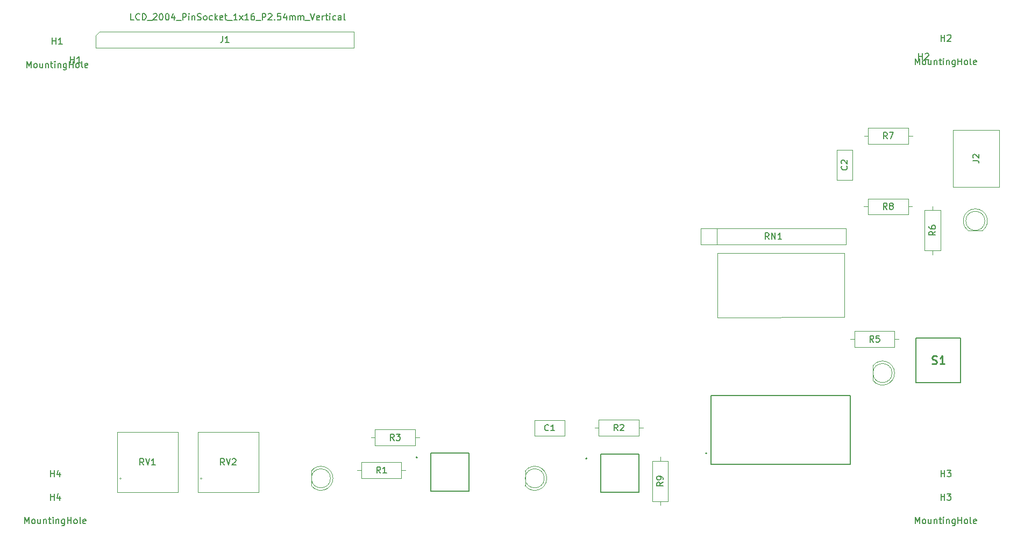
<source format=gbr>
%TF.GenerationSoftware,KiCad,Pcbnew,7.0.10*%
%TF.CreationDate,2024-03-06T00:08:41-08:00*%
%TF.ProjectId,hd44780_tutorial,68643434-3738-4305-9f74-75746f726961,0.9.04*%
%TF.SameCoordinates,Original*%
%TF.FileFunction,AssemblyDrawing,Top*%
%FSLAX46Y46*%
G04 Gerber Fmt 4.6, Leading zero omitted, Abs format (unit mm)*
G04 Created by KiCad (PCBNEW 7.0.10) date 2024-03-06 00:08:41*
%MOMM*%
%LPD*%
G01*
G04 APERTURE LIST*
%ADD10C,0.150000*%
%ADD11C,0.141000*%
%ADD12C,0.254000*%
%ADD13C,0.100000*%
%ADD14C,0.127000*%
%ADD15C,0.200000*%
%ADD16C,0.025400*%
G04 APERTURE END LIST*
D10*
X164994819Y-121906666D02*
X164518628Y-122239999D01*
X164994819Y-122478094D02*
X163994819Y-122478094D01*
X163994819Y-122478094D02*
X163994819Y-122097142D01*
X163994819Y-122097142D02*
X164042438Y-122001904D01*
X164042438Y-122001904D02*
X164090057Y-121954285D01*
X164090057Y-121954285D02*
X164185295Y-121906666D01*
X164185295Y-121906666D02*
X164328152Y-121906666D01*
X164328152Y-121906666D02*
X164423390Y-121954285D01*
X164423390Y-121954285D02*
X164471009Y-122001904D01*
X164471009Y-122001904D02*
X164518628Y-122097142D01*
X164518628Y-122097142D02*
X164518628Y-122478094D01*
X164994819Y-121430475D02*
X164994819Y-121239999D01*
X164994819Y-121239999D02*
X164947200Y-121144761D01*
X164947200Y-121144761D02*
X164899580Y-121097142D01*
X164899580Y-121097142D02*
X164756723Y-121001904D01*
X164756723Y-121001904D02*
X164566247Y-120954285D01*
X164566247Y-120954285D02*
X164185295Y-120954285D01*
X164185295Y-120954285D02*
X164090057Y-121001904D01*
X164090057Y-121001904D02*
X164042438Y-121049523D01*
X164042438Y-121049523D02*
X163994819Y-121144761D01*
X163994819Y-121144761D02*
X163994819Y-121335237D01*
X163994819Y-121335237D02*
X164042438Y-121430475D01*
X164042438Y-121430475D02*
X164090057Y-121478094D01*
X164090057Y-121478094D02*
X164185295Y-121525713D01*
X164185295Y-121525713D02*
X164423390Y-121525713D01*
X164423390Y-121525713D02*
X164518628Y-121478094D01*
X164518628Y-121478094D02*
X164566247Y-121430475D01*
X164566247Y-121430475D02*
X164613866Y-121335237D01*
X164613866Y-121335237D02*
X164613866Y-121144761D01*
X164613866Y-121144761D02*
X164566247Y-121049523D01*
X164566247Y-121049523D02*
X164518628Y-121001904D01*
X164518628Y-121001904D02*
X164423390Y-120954285D01*
X83224761Y-119187119D02*
X82891428Y-118710928D01*
X82653333Y-119187119D02*
X82653333Y-118187119D01*
X82653333Y-118187119D02*
X83034285Y-118187119D01*
X83034285Y-118187119D02*
X83129523Y-118234738D01*
X83129523Y-118234738D02*
X83177142Y-118282357D01*
X83177142Y-118282357D02*
X83224761Y-118377595D01*
X83224761Y-118377595D02*
X83224761Y-118520452D01*
X83224761Y-118520452D02*
X83177142Y-118615690D01*
X83177142Y-118615690D02*
X83129523Y-118663309D01*
X83129523Y-118663309D02*
X83034285Y-118710928D01*
X83034285Y-118710928D02*
X82653333Y-118710928D01*
X83510476Y-118187119D02*
X83843809Y-119187119D01*
X83843809Y-119187119D02*
X84177142Y-118187119D01*
X85034285Y-119187119D02*
X84462857Y-119187119D01*
X84748571Y-119187119D02*
X84748571Y-118187119D01*
X84748571Y-118187119D02*
X84653333Y-118329976D01*
X84653333Y-118329976D02*
X84558095Y-118425214D01*
X84558095Y-118425214D02*
X84462857Y-118472833D01*
D11*
X193898006Y-72086666D02*
X193942768Y-72134285D01*
X193942768Y-72134285D02*
X193987529Y-72277142D01*
X193987529Y-72277142D02*
X193987529Y-72372380D01*
X193987529Y-72372380D02*
X193942768Y-72515237D01*
X193942768Y-72515237D02*
X193853244Y-72610475D01*
X193853244Y-72610475D02*
X193763720Y-72658094D01*
X193763720Y-72658094D02*
X193584672Y-72705713D01*
X193584672Y-72705713D02*
X193450387Y-72705713D01*
X193450387Y-72705713D02*
X193271339Y-72658094D01*
X193271339Y-72658094D02*
X193181815Y-72610475D01*
X193181815Y-72610475D02*
X193092291Y-72515237D01*
X193092291Y-72515237D02*
X193047529Y-72372380D01*
X193047529Y-72372380D02*
X193047529Y-72277142D01*
X193047529Y-72277142D02*
X193092291Y-72134285D01*
X193092291Y-72134285D02*
X193137053Y-72086666D01*
X193137053Y-71705713D02*
X193092291Y-71658094D01*
X193092291Y-71658094D02*
X193047529Y-71562856D01*
X193047529Y-71562856D02*
X193047529Y-71324761D01*
X193047529Y-71324761D02*
X193092291Y-71229523D01*
X193092291Y-71229523D02*
X193137053Y-71181904D01*
X193137053Y-71181904D02*
X193226577Y-71134285D01*
X193226577Y-71134285D02*
X193316101Y-71134285D01*
X193316101Y-71134285D02*
X193450387Y-71181904D01*
X193450387Y-71181904D02*
X193987529Y-71753332D01*
X193987529Y-71753332D02*
X193987529Y-71134285D01*
D10*
X157853333Y-113784819D02*
X157520000Y-113308628D01*
X157281905Y-113784819D02*
X157281905Y-112784819D01*
X157281905Y-112784819D02*
X157662857Y-112784819D01*
X157662857Y-112784819D02*
X157758095Y-112832438D01*
X157758095Y-112832438D02*
X157805714Y-112880057D01*
X157805714Y-112880057D02*
X157853333Y-112975295D01*
X157853333Y-112975295D02*
X157853333Y-113118152D01*
X157853333Y-113118152D02*
X157805714Y-113213390D01*
X157805714Y-113213390D02*
X157758095Y-113261009D01*
X157758095Y-113261009D02*
X157662857Y-113308628D01*
X157662857Y-113308628D02*
X157281905Y-113308628D01*
X158234286Y-112880057D02*
X158281905Y-112832438D01*
X158281905Y-112832438D02*
X158377143Y-112784819D01*
X158377143Y-112784819D02*
X158615238Y-112784819D01*
X158615238Y-112784819D02*
X158710476Y-112832438D01*
X158710476Y-112832438D02*
X158758095Y-112880057D01*
X158758095Y-112880057D02*
X158805714Y-112975295D01*
X158805714Y-112975295D02*
X158805714Y-113070533D01*
X158805714Y-113070533D02*
X158758095Y-113213390D01*
X158758095Y-113213390D02*
X158186667Y-113784819D01*
X158186667Y-113784819D02*
X158805714Y-113784819D01*
D11*
X146953333Y-113688006D02*
X146905714Y-113732768D01*
X146905714Y-113732768D02*
X146762857Y-113777529D01*
X146762857Y-113777529D02*
X146667619Y-113777529D01*
X146667619Y-113777529D02*
X146524762Y-113732768D01*
X146524762Y-113732768D02*
X146429524Y-113643244D01*
X146429524Y-113643244D02*
X146381905Y-113553720D01*
X146381905Y-113553720D02*
X146334286Y-113374672D01*
X146334286Y-113374672D02*
X146334286Y-113240387D01*
X146334286Y-113240387D02*
X146381905Y-113061339D01*
X146381905Y-113061339D02*
X146429524Y-112971815D01*
X146429524Y-112971815D02*
X146524762Y-112882291D01*
X146524762Y-112882291D02*
X146667619Y-112837529D01*
X146667619Y-112837529D02*
X146762857Y-112837529D01*
X146762857Y-112837529D02*
X146905714Y-112882291D01*
X146905714Y-112882291D02*
X146953333Y-112927053D01*
X147905714Y-113777529D02*
X147334286Y-113777529D01*
X147620000Y-113777529D02*
X147620000Y-112837529D01*
X147620000Y-112837529D02*
X147524762Y-112971815D01*
X147524762Y-112971815D02*
X147429524Y-113061339D01*
X147429524Y-113061339D02*
X147334286Y-113106101D01*
D10*
X213734819Y-71238333D02*
X214449104Y-71238333D01*
X214449104Y-71238333D02*
X214591961Y-71285952D01*
X214591961Y-71285952D02*
X214687200Y-71381190D01*
X214687200Y-71381190D02*
X214734819Y-71524047D01*
X214734819Y-71524047D02*
X214734819Y-71619285D01*
X213830057Y-70809761D02*
X213782438Y-70762142D01*
X213782438Y-70762142D02*
X213734819Y-70666904D01*
X213734819Y-70666904D02*
X213734819Y-70428809D01*
X213734819Y-70428809D02*
X213782438Y-70333571D01*
X213782438Y-70333571D02*
X213830057Y-70285952D01*
X213830057Y-70285952D02*
X213925295Y-70238333D01*
X213925295Y-70238333D02*
X214020533Y-70238333D01*
X214020533Y-70238333D02*
X214163390Y-70285952D01*
X214163390Y-70285952D02*
X214734819Y-70857380D01*
X214734819Y-70857380D02*
X214734819Y-70238333D01*
X207859019Y-82386866D02*
X207382828Y-82720199D01*
X207859019Y-82958294D02*
X206859019Y-82958294D01*
X206859019Y-82958294D02*
X206859019Y-82577342D01*
X206859019Y-82577342D02*
X206906638Y-82482104D01*
X206906638Y-82482104D02*
X206954257Y-82434485D01*
X206954257Y-82434485D02*
X207049495Y-82386866D01*
X207049495Y-82386866D02*
X207192352Y-82386866D01*
X207192352Y-82386866D02*
X207287590Y-82434485D01*
X207287590Y-82434485D02*
X207335209Y-82482104D01*
X207335209Y-82482104D02*
X207382828Y-82577342D01*
X207382828Y-82577342D02*
X207382828Y-82958294D01*
X206859019Y-81529723D02*
X206859019Y-81720199D01*
X206859019Y-81720199D02*
X206906638Y-81815437D01*
X206906638Y-81815437D02*
X206954257Y-81863056D01*
X206954257Y-81863056D02*
X207097114Y-81958294D01*
X207097114Y-81958294D02*
X207287590Y-82005913D01*
X207287590Y-82005913D02*
X207668542Y-82005913D01*
X207668542Y-82005913D02*
X207763780Y-81958294D01*
X207763780Y-81958294D02*
X207811400Y-81910675D01*
X207811400Y-81910675D02*
X207859019Y-81815437D01*
X207859019Y-81815437D02*
X207859019Y-81624961D01*
X207859019Y-81624961D02*
X207811400Y-81529723D01*
X207811400Y-81529723D02*
X207763780Y-81482104D01*
X207763780Y-81482104D02*
X207668542Y-81434485D01*
X207668542Y-81434485D02*
X207430447Y-81434485D01*
X207430447Y-81434485D02*
X207335209Y-81482104D01*
X207335209Y-81482104D02*
X207287590Y-81529723D01*
X207287590Y-81529723D02*
X207239971Y-81624961D01*
X207239971Y-81624961D02*
X207239971Y-81815437D01*
X207239971Y-81815437D02*
X207287590Y-81910675D01*
X207287590Y-81910675D02*
X207335209Y-81958294D01*
X207335209Y-81958294D02*
X207430447Y-82005913D01*
X200243333Y-78914819D02*
X199910000Y-78438628D01*
X199671905Y-78914819D02*
X199671905Y-77914819D01*
X199671905Y-77914819D02*
X200052857Y-77914819D01*
X200052857Y-77914819D02*
X200148095Y-77962438D01*
X200148095Y-77962438D02*
X200195714Y-78010057D01*
X200195714Y-78010057D02*
X200243333Y-78105295D01*
X200243333Y-78105295D02*
X200243333Y-78248152D01*
X200243333Y-78248152D02*
X200195714Y-78343390D01*
X200195714Y-78343390D02*
X200148095Y-78391009D01*
X200148095Y-78391009D02*
X200052857Y-78438628D01*
X200052857Y-78438628D02*
X199671905Y-78438628D01*
X200814762Y-78343390D02*
X200719524Y-78295771D01*
X200719524Y-78295771D02*
X200671905Y-78248152D01*
X200671905Y-78248152D02*
X200624286Y-78152914D01*
X200624286Y-78152914D02*
X200624286Y-78105295D01*
X200624286Y-78105295D02*
X200671905Y-78010057D01*
X200671905Y-78010057D02*
X200719524Y-77962438D01*
X200719524Y-77962438D02*
X200814762Y-77914819D01*
X200814762Y-77914819D02*
X201005238Y-77914819D01*
X201005238Y-77914819D02*
X201100476Y-77962438D01*
X201100476Y-77962438D02*
X201148095Y-78010057D01*
X201148095Y-78010057D02*
X201195714Y-78105295D01*
X201195714Y-78105295D02*
X201195714Y-78152914D01*
X201195714Y-78152914D02*
X201148095Y-78248152D01*
X201148095Y-78248152D02*
X201100476Y-78295771D01*
X201100476Y-78295771D02*
X201005238Y-78343390D01*
X201005238Y-78343390D02*
X200814762Y-78343390D01*
X200814762Y-78343390D02*
X200719524Y-78391009D01*
X200719524Y-78391009D02*
X200671905Y-78438628D01*
X200671905Y-78438628D02*
X200624286Y-78533866D01*
X200624286Y-78533866D02*
X200624286Y-78724342D01*
X200624286Y-78724342D02*
X200671905Y-78819580D01*
X200671905Y-78819580D02*
X200719524Y-78867200D01*
X200719524Y-78867200D02*
X200814762Y-78914819D01*
X200814762Y-78914819D02*
X201005238Y-78914819D01*
X201005238Y-78914819D02*
X201100476Y-78867200D01*
X201100476Y-78867200D02*
X201148095Y-78819580D01*
X201148095Y-78819580D02*
X201195714Y-78724342D01*
X201195714Y-78724342D02*
X201195714Y-78533866D01*
X201195714Y-78533866D02*
X201148095Y-78438628D01*
X201148095Y-78438628D02*
X201100476Y-78391009D01*
X201100476Y-78391009D02*
X201005238Y-78343390D01*
X81685265Y-49070419D02*
X81209075Y-49070419D01*
X81209075Y-49070419D02*
X81209075Y-48070419D01*
X82590027Y-48975180D02*
X82542408Y-49022800D01*
X82542408Y-49022800D02*
X82399551Y-49070419D01*
X82399551Y-49070419D02*
X82304313Y-49070419D01*
X82304313Y-49070419D02*
X82161456Y-49022800D01*
X82161456Y-49022800D02*
X82066218Y-48927561D01*
X82066218Y-48927561D02*
X82018599Y-48832323D01*
X82018599Y-48832323D02*
X81970980Y-48641847D01*
X81970980Y-48641847D02*
X81970980Y-48498990D01*
X81970980Y-48498990D02*
X82018599Y-48308514D01*
X82018599Y-48308514D02*
X82066218Y-48213276D01*
X82066218Y-48213276D02*
X82161456Y-48118038D01*
X82161456Y-48118038D02*
X82304313Y-48070419D01*
X82304313Y-48070419D02*
X82399551Y-48070419D01*
X82399551Y-48070419D02*
X82542408Y-48118038D01*
X82542408Y-48118038D02*
X82590027Y-48165657D01*
X83018599Y-49070419D02*
X83018599Y-48070419D01*
X83018599Y-48070419D02*
X83256694Y-48070419D01*
X83256694Y-48070419D02*
X83399551Y-48118038D01*
X83399551Y-48118038D02*
X83494789Y-48213276D01*
X83494789Y-48213276D02*
X83542408Y-48308514D01*
X83542408Y-48308514D02*
X83590027Y-48498990D01*
X83590027Y-48498990D02*
X83590027Y-48641847D01*
X83590027Y-48641847D02*
X83542408Y-48832323D01*
X83542408Y-48832323D02*
X83494789Y-48927561D01*
X83494789Y-48927561D02*
X83399551Y-49022800D01*
X83399551Y-49022800D02*
X83256694Y-49070419D01*
X83256694Y-49070419D02*
X83018599Y-49070419D01*
X83780504Y-49165657D02*
X84542408Y-49165657D01*
X84732885Y-48165657D02*
X84780504Y-48118038D01*
X84780504Y-48118038D02*
X84875742Y-48070419D01*
X84875742Y-48070419D02*
X85113837Y-48070419D01*
X85113837Y-48070419D02*
X85209075Y-48118038D01*
X85209075Y-48118038D02*
X85256694Y-48165657D01*
X85256694Y-48165657D02*
X85304313Y-48260895D01*
X85304313Y-48260895D02*
X85304313Y-48356133D01*
X85304313Y-48356133D02*
X85256694Y-48498990D01*
X85256694Y-48498990D02*
X84685266Y-49070419D01*
X84685266Y-49070419D02*
X85304313Y-49070419D01*
X85923361Y-48070419D02*
X86018599Y-48070419D01*
X86018599Y-48070419D02*
X86113837Y-48118038D01*
X86113837Y-48118038D02*
X86161456Y-48165657D01*
X86161456Y-48165657D02*
X86209075Y-48260895D01*
X86209075Y-48260895D02*
X86256694Y-48451371D01*
X86256694Y-48451371D02*
X86256694Y-48689466D01*
X86256694Y-48689466D02*
X86209075Y-48879942D01*
X86209075Y-48879942D02*
X86161456Y-48975180D01*
X86161456Y-48975180D02*
X86113837Y-49022800D01*
X86113837Y-49022800D02*
X86018599Y-49070419D01*
X86018599Y-49070419D02*
X85923361Y-49070419D01*
X85923361Y-49070419D02*
X85828123Y-49022800D01*
X85828123Y-49022800D02*
X85780504Y-48975180D01*
X85780504Y-48975180D02*
X85732885Y-48879942D01*
X85732885Y-48879942D02*
X85685266Y-48689466D01*
X85685266Y-48689466D02*
X85685266Y-48451371D01*
X85685266Y-48451371D02*
X85732885Y-48260895D01*
X85732885Y-48260895D02*
X85780504Y-48165657D01*
X85780504Y-48165657D02*
X85828123Y-48118038D01*
X85828123Y-48118038D02*
X85923361Y-48070419D01*
X86875742Y-48070419D02*
X86970980Y-48070419D01*
X86970980Y-48070419D02*
X87066218Y-48118038D01*
X87066218Y-48118038D02*
X87113837Y-48165657D01*
X87113837Y-48165657D02*
X87161456Y-48260895D01*
X87161456Y-48260895D02*
X87209075Y-48451371D01*
X87209075Y-48451371D02*
X87209075Y-48689466D01*
X87209075Y-48689466D02*
X87161456Y-48879942D01*
X87161456Y-48879942D02*
X87113837Y-48975180D01*
X87113837Y-48975180D02*
X87066218Y-49022800D01*
X87066218Y-49022800D02*
X86970980Y-49070419D01*
X86970980Y-49070419D02*
X86875742Y-49070419D01*
X86875742Y-49070419D02*
X86780504Y-49022800D01*
X86780504Y-49022800D02*
X86732885Y-48975180D01*
X86732885Y-48975180D02*
X86685266Y-48879942D01*
X86685266Y-48879942D02*
X86637647Y-48689466D01*
X86637647Y-48689466D02*
X86637647Y-48451371D01*
X86637647Y-48451371D02*
X86685266Y-48260895D01*
X86685266Y-48260895D02*
X86732885Y-48165657D01*
X86732885Y-48165657D02*
X86780504Y-48118038D01*
X86780504Y-48118038D02*
X86875742Y-48070419D01*
X88066218Y-48403752D02*
X88066218Y-49070419D01*
X87828123Y-48022800D02*
X87590028Y-48737085D01*
X87590028Y-48737085D02*
X88209075Y-48737085D01*
X88351933Y-49165657D02*
X89113837Y-49165657D01*
X89351933Y-49070419D02*
X89351933Y-48070419D01*
X89351933Y-48070419D02*
X89732885Y-48070419D01*
X89732885Y-48070419D02*
X89828123Y-48118038D01*
X89828123Y-48118038D02*
X89875742Y-48165657D01*
X89875742Y-48165657D02*
X89923361Y-48260895D01*
X89923361Y-48260895D02*
X89923361Y-48403752D01*
X89923361Y-48403752D02*
X89875742Y-48498990D01*
X89875742Y-48498990D02*
X89828123Y-48546609D01*
X89828123Y-48546609D02*
X89732885Y-48594228D01*
X89732885Y-48594228D02*
X89351933Y-48594228D01*
X90351933Y-49070419D02*
X90351933Y-48403752D01*
X90351933Y-48070419D02*
X90304314Y-48118038D01*
X90304314Y-48118038D02*
X90351933Y-48165657D01*
X90351933Y-48165657D02*
X90399552Y-48118038D01*
X90399552Y-48118038D02*
X90351933Y-48070419D01*
X90351933Y-48070419D02*
X90351933Y-48165657D01*
X90828123Y-48403752D02*
X90828123Y-49070419D01*
X90828123Y-48498990D02*
X90875742Y-48451371D01*
X90875742Y-48451371D02*
X90970980Y-48403752D01*
X90970980Y-48403752D02*
X91113837Y-48403752D01*
X91113837Y-48403752D02*
X91209075Y-48451371D01*
X91209075Y-48451371D02*
X91256694Y-48546609D01*
X91256694Y-48546609D02*
X91256694Y-49070419D01*
X91685266Y-49022800D02*
X91828123Y-49070419D01*
X91828123Y-49070419D02*
X92066218Y-49070419D01*
X92066218Y-49070419D02*
X92161456Y-49022800D01*
X92161456Y-49022800D02*
X92209075Y-48975180D01*
X92209075Y-48975180D02*
X92256694Y-48879942D01*
X92256694Y-48879942D02*
X92256694Y-48784704D01*
X92256694Y-48784704D02*
X92209075Y-48689466D01*
X92209075Y-48689466D02*
X92161456Y-48641847D01*
X92161456Y-48641847D02*
X92066218Y-48594228D01*
X92066218Y-48594228D02*
X91875742Y-48546609D01*
X91875742Y-48546609D02*
X91780504Y-48498990D01*
X91780504Y-48498990D02*
X91732885Y-48451371D01*
X91732885Y-48451371D02*
X91685266Y-48356133D01*
X91685266Y-48356133D02*
X91685266Y-48260895D01*
X91685266Y-48260895D02*
X91732885Y-48165657D01*
X91732885Y-48165657D02*
X91780504Y-48118038D01*
X91780504Y-48118038D02*
X91875742Y-48070419D01*
X91875742Y-48070419D02*
X92113837Y-48070419D01*
X92113837Y-48070419D02*
X92256694Y-48118038D01*
X92828123Y-49070419D02*
X92732885Y-49022800D01*
X92732885Y-49022800D02*
X92685266Y-48975180D01*
X92685266Y-48975180D02*
X92637647Y-48879942D01*
X92637647Y-48879942D02*
X92637647Y-48594228D01*
X92637647Y-48594228D02*
X92685266Y-48498990D01*
X92685266Y-48498990D02*
X92732885Y-48451371D01*
X92732885Y-48451371D02*
X92828123Y-48403752D01*
X92828123Y-48403752D02*
X92970980Y-48403752D01*
X92970980Y-48403752D02*
X93066218Y-48451371D01*
X93066218Y-48451371D02*
X93113837Y-48498990D01*
X93113837Y-48498990D02*
X93161456Y-48594228D01*
X93161456Y-48594228D02*
X93161456Y-48879942D01*
X93161456Y-48879942D02*
X93113837Y-48975180D01*
X93113837Y-48975180D02*
X93066218Y-49022800D01*
X93066218Y-49022800D02*
X92970980Y-49070419D01*
X92970980Y-49070419D02*
X92828123Y-49070419D01*
X94018599Y-49022800D02*
X93923361Y-49070419D01*
X93923361Y-49070419D02*
X93732885Y-49070419D01*
X93732885Y-49070419D02*
X93637647Y-49022800D01*
X93637647Y-49022800D02*
X93590028Y-48975180D01*
X93590028Y-48975180D02*
X93542409Y-48879942D01*
X93542409Y-48879942D02*
X93542409Y-48594228D01*
X93542409Y-48594228D02*
X93590028Y-48498990D01*
X93590028Y-48498990D02*
X93637647Y-48451371D01*
X93637647Y-48451371D02*
X93732885Y-48403752D01*
X93732885Y-48403752D02*
X93923361Y-48403752D01*
X93923361Y-48403752D02*
X94018599Y-48451371D01*
X94447171Y-49070419D02*
X94447171Y-48070419D01*
X94542409Y-48689466D02*
X94828123Y-49070419D01*
X94828123Y-48403752D02*
X94447171Y-48784704D01*
X95637647Y-49022800D02*
X95542409Y-49070419D01*
X95542409Y-49070419D02*
X95351933Y-49070419D01*
X95351933Y-49070419D02*
X95256695Y-49022800D01*
X95256695Y-49022800D02*
X95209076Y-48927561D01*
X95209076Y-48927561D02*
X95209076Y-48546609D01*
X95209076Y-48546609D02*
X95256695Y-48451371D01*
X95256695Y-48451371D02*
X95351933Y-48403752D01*
X95351933Y-48403752D02*
X95542409Y-48403752D01*
X95542409Y-48403752D02*
X95637647Y-48451371D01*
X95637647Y-48451371D02*
X95685266Y-48546609D01*
X95685266Y-48546609D02*
X95685266Y-48641847D01*
X95685266Y-48641847D02*
X95209076Y-48737085D01*
X95970981Y-48403752D02*
X96351933Y-48403752D01*
X96113838Y-48070419D02*
X96113838Y-48927561D01*
X96113838Y-48927561D02*
X96161457Y-49022800D01*
X96161457Y-49022800D02*
X96256695Y-49070419D01*
X96256695Y-49070419D02*
X96351933Y-49070419D01*
X96447172Y-49165657D02*
X97209076Y-49165657D01*
X97970981Y-49070419D02*
X97399553Y-49070419D01*
X97685267Y-49070419D02*
X97685267Y-48070419D01*
X97685267Y-48070419D02*
X97590029Y-48213276D01*
X97590029Y-48213276D02*
X97494791Y-48308514D01*
X97494791Y-48308514D02*
X97399553Y-48356133D01*
X98304315Y-49070419D02*
X98828124Y-48403752D01*
X98304315Y-48403752D02*
X98828124Y-49070419D01*
X99732886Y-49070419D02*
X99161458Y-49070419D01*
X99447172Y-49070419D02*
X99447172Y-48070419D01*
X99447172Y-48070419D02*
X99351934Y-48213276D01*
X99351934Y-48213276D02*
X99256696Y-48308514D01*
X99256696Y-48308514D02*
X99161458Y-48356133D01*
X100590029Y-48070419D02*
X100399553Y-48070419D01*
X100399553Y-48070419D02*
X100304315Y-48118038D01*
X100304315Y-48118038D02*
X100256696Y-48165657D01*
X100256696Y-48165657D02*
X100161458Y-48308514D01*
X100161458Y-48308514D02*
X100113839Y-48498990D01*
X100113839Y-48498990D02*
X100113839Y-48879942D01*
X100113839Y-48879942D02*
X100161458Y-48975180D01*
X100161458Y-48975180D02*
X100209077Y-49022800D01*
X100209077Y-49022800D02*
X100304315Y-49070419D01*
X100304315Y-49070419D02*
X100494791Y-49070419D01*
X100494791Y-49070419D02*
X100590029Y-49022800D01*
X100590029Y-49022800D02*
X100637648Y-48975180D01*
X100637648Y-48975180D02*
X100685267Y-48879942D01*
X100685267Y-48879942D02*
X100685267Y-48641847D01*
X100685267Y-48641847D02*
X100637648Y-48546609D01*
X100637648Y-48546609D02*
X100590029Y-48498990D01*
X100590029Y-48498990D02*
X100494791Y-48451371D01*
X100494791Y-48451371D02*
X100304315Y-48451371D01*
X100304315Y-48451371D02*
X100209077Y-48498990D01*
X100209077Y-48498990D02*
X100161458Y-48546609D01*
X100161458Y-48546609D02*
X100113839Y-48641847D01*
X100875744Y-49165657D02*
X101637648Y-49165657D01*
X101875744Y-49070419D02*
X101875744Y-48070419D01*
X101875744Y-48070419D02*
X102256696Y-48070419D01*
X102256696Y-48070419D02*
X102351934Y-48118038D01*
X102351934Y-48118038D02*
X102399553Y-48165657D01*
X102399553Y-48165657D02*
X102447172Y-48260895D01*
X102447172Y-48260895D02*
X102447172Y-48403752D01*
X102447172Y-48403752D02*
X102399553Y-48498990D01*
X102399553Y-48498990D02*
X102351934Y-48546609D01*
X102351934Y-48546609D02*
X102256696Y-48594228D01*
X102256696Y-48594228D02*
X101875744Y-48594228D01*
X102828125Y-48165657D02*
X102875744Y-48118038D01*
X102875744Y-48118038D02*
X102970982Y-48070419D01*
X102970982Y-48070419D02*
X103209077Y-48070419D01*
X103209077Y-48070419D02*
X103304315Y-48118038D01*
X103304315Y-48118038D02*
X103351934Y-48165657D01*
X103351934Y-48165657D02*
X103399553Y-48260895D01*
X103399553Y-48260895D02*
X103399553Y-48356133D01*
X103399553Y-48356133D02*
X103351934Y-48498990D01*
X103351934Y-48498990D02*
X102780506Y-49070419D01*
X102780506Y-49070419D02*
X103399553Y-49070419D01*
X103828125Y-48975180D02*
X103875744Y-49022800D01*
X103875744Y-49022800D02*
X103828125Y-49070419D01*
X103828125Y-49070419D02*
X103780506Y-49022800D01*
X103780506Y-49022800D02*
X103828125Y-48975180D01*
X103828125Y-48975180D02*
X103828125Y-49070419D01*
X104780505Y-48070419D02*
X104304315Y-48070419D01*
X104304315Y-48070419D02*
X104256696Y-48546609D01*
X104256696Y-48546609D02*
X104304315Y-48498990D01*
X104304315Y-48498990D02*
X104399553Y-48451371D01*
X104399553Y-48451371D02*
X104637648Y-48451371D01*
X104637648Y-48451371D02*
X104732886Y-48498990D01*
X104732886Y-48498990D02*
X104780505Y-48546609D01*
X104780505Y-48546609D02*
X104828124Y-48641847D01*
X104828124Y-48641847D02*
X104828124Y-48879942D01*
X104828124Y-48879942D02*
X104780505Y-48975180D01*
X104780505Y-48975180D02*
X104732886Y-49022800D01*
X104732886Y-49022800D02*
X104637648Y-49070419D01*
X104637648Y-49070419D02*
X104399553Y-49070419D01*
X104399553Y-49070419D02*
X104304315Y-49022800D01*
X104304315Y-49022800D02*
X104256696Y-48975180D01*
X105685267Y-48403752D02*
X105685267Y-49070419D01*
X105447172Y-48022800D02*
X105209077Y-48737085D01*
X105209077Y-48737085D02*
X105828124Y-48737085D01*
X106209077Y-49070419D02*
X106209077Y-48403752D01*
X106209077Y-48498990D02*
X106256696Y-48451371D01*
X106256696Y-48451371D02*
X106351934Y-48403752D01*
X106351934Y-48403752D02*
X106494791Y-48403752D01*
X106494791Y-48403752D02*
X106590029Y-48451371D01*
X106590029Y-48451371D02*
X106637648Y-48546609D01*
X106637648Y-48546609D02*
X106637648Y-49070419D01*
X106637648Y-48546609D02*
X106685267Y-48451371D01*
X106685267Y-48451371D02*
X106780505Y-48403752D01*
X106780505Y-48403752D02*
X106923362Y-48403752D01*
X106923362Y-48403752D02*
X107018601Y-48451371D01*
X107018601Y-48451371D02*
X107066220Y-48546609D01*
X107066220Y-48546609D02*
X107066220Y-49070419D01*
X107542410Y-49070419D02*
X107542410Y-48403752D01*
X107542410Y-48498990D02*
X107590029Y-48451371D01*
X107590029Y-48451371D02*
X107685267Y-48403752D01*
X107685267Y-48403752D02*
X107828124Y-48403752D01*
X107828124Y-48403752D02*
X107923362Y-48451371D01*
X107923362Y-48451371D02*
X107970981Y-48546609D01*
X107970981Y-48546609D02*
X107970981Y-49070419D01*
X107970981Y-48546609D02*
X108018600Y-48451371D01*
X108018600Y-48451371D02*
X108113838Y-48403752D01*
X108113838Y-48403752D02*
X108256695Y-48403752D01*
X108256695Y-48403752D02*
X108351934Y-48451371D01*
X108351934Y-48451371D02*
X108399553Y-48546609D01*
X108399553Y-48546609D02*
X108399553Y-49070419D01*
X108637648Y-49165657D02*
X109399552Y-49165657D01*
X109494791Y-48070419D02*
X109828124Y-49070419D01*
X109828124Y-49070419D02*
X110161457Y-48070419D01*
X110875743Y-49022800D02*
X110780505Y-49070419D01*
X110780505Y-49070419D02*
X110590029Y-49070419D01*
X110590029Y-49070419D02*
X110494791Y-49022800D01*
X110494791Y-49022800D02*
X110447172Y-48927561D01*
X110447172Y-48927561D02*
X110447172Y-48546609D01*
X110447172Y-48546609D02*
X110494791Y-48451371D01*
X110494791Y-48451371D02*
X110590029Y-48403752D01*
X110590029Y-48403752D02*
X110780505Y-48403752D01*
X110780505Y-48403752D02*
X110875743Y-48451371D01*
X110875743Y-48451371D02*
X110923362Y-48546609D01*
X110923362Y-48546609D02*
X110923362Y-48641847D01*
X110923362Y-48641847D02*
X110447172Y-48737085D01*
X111351934Y-49070419D02*
X111351934Y-48403752D01*
X111351934Y-48594228D02*
X111399553Y-48498990D01*
X111399553Y-48498990D02*
X111447172Y-48451371D01*
X111447172Y-48451371D02*
X111542410Y-48403752D01*
X111542410Y-48403752D02*
X111637648Y-48403752D01*
X111828125Y-48403752D02*
X112209077Y-48403752D01*
X111970982Y-48070419D02*
X111970982Y-48927561D01*
X111970982Y-48927561D02*
X112018601Y-49022800D01*
X112018601Y-49022800D02*
X112113839Y-49070419D01*
X112113839Y-49070419D02*
X112209077Y-49070419D01*
X112542411Y-49070419D02*
X112542411Y-48403752D01*
X112542411Y-48070419D02*
X112494792Y-48118038D01*
X112494792Y-48118038D02*
X112542411Y-48165657D01*
X112542411Y-48165657D02*
X112590030Y-48118038D01*
X112590030Y-48118038D02*
X112542411Y-48070419D01*
X112542411Y-48070419D02*
X112542411Y-48165657D01*
X113447172Y-49022800D02*
X113351934Y-49070419D01*
X113351934Y-49070419D02*
X113161458Y-49070419D01*
X113161458Y-49070419D02*
X113066220Y-49022800D01*
X113066220Y-49022800D02*
X113018601Y-48975180D01*
X113018601Y-48975180D02*
X112970982Y-48879942D01*
X112970982Y-48879942D02*
X112970982Y-48594228D01*
X112970982Y-48594228D02*
X113018601Y-48498990D01*
X113018601Y-48498990D02*
X113066220Y-48451371D01*
X113066220Y-48451371D02*
X113161458Y-48403752D01*
X113161458Y-48403752D02*
X113351934Y-48403752D01*
X113351934Y-48403752D02*
X113447172Y-48451371D01*
X114304315Y-49070419D02*
X114304315Y-48546609D01*
X114304315Y-48546609D02*
X114256696Y-48451371D01*
X114256696Y-48451371D02*
X114161458Y-48403752D01*
X114161458Y-48403752D02*
X113970982Y-48403752D01*
X113970982Y-48403752D02*
X113875744Y-48451371D01*
X114304315Y-49022800D02*
X114209077Y-49070419D01*
X114209077Y-49070419D02*
X113970982Y-49070419D01*
X113970982Y-49070419D02*
X113875744Y-49022800D01*
X113875744Y-49022800D02*
X113828125Y-48927561D01*
X113828125Y-48927561D02*
X113828125Y-48832323D01*
X113828125Y-48832323D02*
X113875744Y-48737085D01*
X113875744Y-48737085D02*
X113970982Y-48689466D01*
X113970982Y-48689466D02*
X114209077Y-48689466D01*
X114209077Y-48689466D02*
X114304315Y-48641847D01*
X114923363Y-49070419D02*
X114828125Y-49022800D01*
X114828125Y-49022800D02*
X114780506Y-48927561D01*
X114780506Y-48927561D02*
X114780506Y-48070419D01*
X95653266Y-51626419D02*
X95653266Y-52340704D01*
X95653266Y-52340704D02*
X95605647Y-52483561D01*
X95605647Y-52483561D02*
X95510409Y-52578800D01*
X95510409Y-52578800D02*
X95367552Y-52626419D01*
X95367552Y-52626419D02*
X95272314Y-52626419D01*
X96653266Y-52626419D02*
X96081838Y-52626419D01*
X96367552Y-52626419D02*
X96367552Y-51626419D01*
X96367552Y-51626419D02*
X96272314Y-51769276D01*
X96272314Y-51769276D02*
X96177076Y-51864514D01*
X96177076Y-51864514D02*
X96081838Y-51912133D01*
X205228095Y-55334819D02*
X205228095Y-54334819D01*
X205228095Y-54811009D02*
X205799523Y-54811009D01*
X205799523Y-55334819D02*
X205799523Y-54334819D01*
X206228095Y-54430057D02*
X206275714Y-54382438D01*
X206275714Y-54382438D02*
X206370952Y-54334819D01*
X206370952Y-54334819D02*
X206609047Y-54334819D01*
X206609047Y-54334819D02*
X206704285Y-54382438D01*
X206704285Y-54382438D02*
X206751904Y-54430057D01*
X206751904Y-54430057D02*
X206799523Y-54525295D01*
X206799523Y-54525295D02*
X206799523Y-54620533D01*
X206799523Y-54620533D02*
X206751904Y-54763390D01*
X206751904Y-54763390D02*
X206180476Y-55334819D01*
X206180476Y-55334819D02*
X206799523Y-55334819D01*
X204714285Y-56114819D02*
X204714285Y-55114819D01*
X204714285Y-55114819D02*
X205047618Y-55829104D01*
X205047618Y-55829104D02*
X205380951Y-55114819D01*
X205380951Y-55114819D02*
X205380951Y-56114819D01*
X205999999Y-56114819D02*
X205904761Y-56067200D01*
X205904761Y-56067200D02*
X205857142Y-56019580D01*
X205857142Y-56019580D02*
X205809523Y-55924342D01*
X205809523Y-55924342D02*
X205809523Y-55638628D01*
X205809523Y-55638628D02*
X205857142Y-55543390D01*
X205857142Y-55543390D02*
X205904761Y-55495771D01*
X205904761Y-55495771D02*
X205999999Y-55448152D01*
X205999999Y-55448152D02*
X206142856Y-55448152D01*
X206142856Y-55448152D02*
X206238094Y-55495771D01*
X206238094Y-55495771D02*
X206285713Y-55543390D01*
X206285713Y-55543390D02*
X206333332Y-55638628D01*
X206333332Y-55638628D02*
X206333332Y-55924342D01*
X206333332Y-55924342D02*
X206285713Y-56019580D01*
X206285713Y-56019580D02*
X206238094Y-56067200D01*
X206238094Y-56067200D02*
X206142856Y-56114819D01*
X206142856Y-56114819D02*
X205999999Y-56114819D01*
X207190475Y-55448152D02*
X207190475Y-56114819D01*
X206761904Y-55448152D02*
X206761904Y-55971961D01*
X206761904Y-55971961D02*
X206809523Y-56067200D01*
X206809523Y-56067200D02*
X206904761Y-56114819D01*
X206904761Y-56114819D02*
X207047618Y-56114819D01*
X207047618Y-56114819D02*
X207142856Y-56067200D01*
X207142856Y-56067200D02*
X207190475Y-56019580D01*
X207666666Y-55448152D02*
X207666666Y-56114819D01*
X207666666Y-55543390D02*
X207714285Y-55495771D01*
X207714285Y-55495771D02*
X207809523Y-55448152D01*
X207809523Y-55448152D02*
X207952380Y-55448152D01*
X207952380Y-55448152D02*
X208047618Y-55495771D01*
X208047618Y-55495771D02*
X208095237Y-55591009D01*
X208095237Y-55591009D02*
X208095237Y-56114819D01*
X208428571Y-55448152D02*
X208809523Y-55448152D01*
X208571428Y-55114819D02*
X208571428Y-55971961D01*
X208571428Y-55971961D02*
X208619047Y-56067200D01*
X208619047Y-56067200D02*
X208714285Y-56114819D01*
X208714285Y-56114819D02*
X208809523Y-56114819D01*
X209142857Y-56114819D02*
X209142857Y-55448152D01*
X209142857Y-55114819D02*
X209095238Y-55162438D01*
X209095238Y-55162438D02*
X209142857Y-55210057D01*
X209142857Y-55210057D02*
X209190476Y-55162438D01*
X209190476Y-55162438D02*
X209142857Y-55114819D01*
X209142857Y-55114819D02*
X209142857Y-55210057D01*
X209619047Y-55448152D02*
X209619047Y-56114819D01*
X209619047Y-55543390D02*
X209666666Y-55495771D01*
X209666666Y-55495771D02*
X209761904Y-55448152D01*
X209761904Y-55448152D02*
X209904761Y-55448152D01*
X209904761Y-55448152D02*
X209999999Y-55495771D01*
X209999999Y-55495771D02*
X210047618Y-55591009D01*
X210047618Y-55591009D02*
X210047618Y-56114819D01*
X210952380Y-55448152D02*
X210952380Y-56257676D01*
X210952380Y-56257676D02*
X210904761Y-56352914D01*
X210904761Y-56352914D02*
X210857142Y-56400533D01*
X210857142Y-56400533D02*
X210761904Y-56448152D01*
X210761904Y-56448152D02*
X210619047Y-56448152D01*
X210619047Y-56448152D02*
X210523809Y-56400533D01*
X210952380Y-56067200D02*
X210857142Y-56114819D01*
X210857142Y-56114819D02*
X210666666Y-56114819D01*
X210666666Y-56114819D02*
X210571428Y-56067200D01*
X210571428Y-56067200D02*
X210523809Y-56019580D01*
X210523809Y-56019580D02*
X210476190Y-55924342D01*
X210476190Y-55924342D02*
X210476190Y-55638628D01*
X210476190Y-55638628D02*
X210523809Y-55543390D01*
X210523809Y-55543390D02*
X210571428Y-55495771D01*
X210571428Y-55495771D02*
X210666666Y-55448152D01*
X210666666Y-55448152D02*
X210857142Y-55448152D01*
X210857142Y-55448152D02*
X210952380Y-55495771D01*
X211428571Y-56114819D02*
X211428571Y-55114819D01*
X211428571Y-55591009D02*
X211999999Y-55591009D01*
X211999999Y-56114819D02*
X211999999Y-55114819D01*
X212619047Y-56114819D02*
X212523809Y-56067200D01*
X212523809Y-56067200D02*
X212476190Y-56019580D01*
X212476190Y-56019580D02*
X212428571Y-55924342D01*
X212428571Y-55924342D02*
X212428571Y-55638628D01*
X212428571Y-55638628D02*
X212476190Y-55543390D01*
X212476190Y-55543390D02*
X212523809Y-55495771D01*
X212523809Y-55495771D02*
X212619047Y-55448152D01*
X212619047Y-55448152D02*
X212761904Y-55448152D01*
X212761904Y-55448152D02*
X212857142Y-55495771D01*
X212857142Y-55495771D02*
X212904761Y-55543390D01*
X212904761Y-55543390D02*
X212952380Y-55638628D01*
X212952380Y-55638628D02*
X212952380Y-55924342D01*
X212952380Y-55924342D02*
X212904761Y-56019580D01*
X212904761Y-56019580D02*
X212857142Y-56067200D01*
X212857142Y-56067200D02*
X212761904Y-56114819D01*
X212761904Y-56114819D02*
X212619047Y-56114819D01*
X213523809Y-56114819D02*
X213428571Y-56067200D01*
X213428571Y-56067200D02*
X213380952Y-55971961D01*
X213380952Y-55971961D02*
X213380952Y-55114819D01*
X214285714Y-56067200D02*
X214190476Y-56114819D01*
X214190476Y-56114819D02*
X214000000Y-56114819D01*
X214000000Y-56114819D02*
X213904762Y-56067200D01*
X213904762Y-56067200D02*
X213857143Y-55971961D01*
X213857143Y-55971961D02*
X213857143Y-55591009D01*
X213857143Y-55591009D02*
X213904762Y-55495771D01*
X213904762Y-55495771D02*
X214000000Y-55448152D01*
X214000000Y-55448152D02*
X214190476Y-55448152D01*
X214190476Y-55448152D02*
X214285714Y-55495771D01*
X214285714Y-55495771D02*
X214333333Y-55591009D01*
X214333333Y-55591009D02*
X214333333Y-55686247D01*
X214333333Y-55686247D02*
X213857143Y-55781485D01*
X208738095Y-52414819D02*
X208738095Y-51414819D01*
X208738095Y-51891009D02*
X209309523Y-51891009D01*
X209309523Y-52414819D02*
X209309523Y-51414819D01*
X209738095Y-51510057D02*
X209785714Y-51462438D01*
X209785714Y-51462438D02*
X209880952Y-51414819D01*
X209880952Y-51414819D02*
X210119047Y-51414819D01*
X210119047Y-51414819D02*
X210214285Y-51462438D01*
X210214285Y-51462438D02*
X210261904Y-51510057D01*
X210261904Y-51510057D02*
X210309523Y-51605295D01*
X210309523Y-51605295D02*
X210309523Y-51700533D01*
X210309523Y-51700533D02*
X210261904Y-51843390D01*
X210261904Y-51843390D02*
X209690476Y-52414819D01*
X209690476Y-52414819D02*
X210309523Y-52414819D01*
X71728095Y-55834819D02*
X71728095Y-54834819D01*
X71728095Y-55311009D02*
X72299523Y-55311009D01*
X72299523Y-55834819D02*
X72299523Y-54834819D01*
X73299523Y-55834819D02*
X72728095Y-55834819D01*
X73013809Y-55834819D02*
X73013809Y-54834819D01*
X73013809Y-54834819D02*
X72918571Y-54977676D01*
X72918571Y-54977676D02*
X72823333Y-55072914D01*
X72823333Y-55072914D02*
X72728095Y-55120533D01*
X64804285Y-56584819D02*
X64804285Y-55584819D01*
X64804285Y-55584819D02*
X65137618Y-56299104D01*
X65137618Y-56299104D02*
X65470951Y-55584819D01*
X65470951Y-55584819D02*
X65470951Y-56584819D01*
X66089999Y-56584819D02*
X65994761Y-56537200D01*
X65994761Y-56537200D02*
X65947142Y-56489580D01*
X65947142Y-56489580D02*
X65899523Y-56394342D01*
X65899523Y-56394342D02*
X65899523Y-56108628D01*
X65899523Y-56108628D02*
X65947142Y-56013390D01*
X65947142Y-56013390D02*
X65994761Y-55965771D01*
X65994761Y-55965771D02*
X66089999Y-55918152D01*
X66089999Y-55918152D02*
X66232856Y-55918152D01*
X66232856Y-55918152D02*
X66328094Y-55965771D01*
X66328094Y-55965771D02*
X66375713Y-56013390D01*
X66375713Y-56013390D02*
X66423332Y-56108628D01*
X66423332Y-56108628D02*
X66423332Y-56394342D01*
X66423332Y-56394342D02*
X66375713Y-56489580D01*
X66375713Y-56489580D02*
X66328094Y-56537200D01*
X66328094Y-56537200D02*
X66232856Y-56584819D01*
X66232856Y-56584819D02*
X66089999Y-56584819D01*
X67280475Y-55918152D02*
X67280475Y-56584819D01*
X66851904Y-55918152D02*
X66851904Y-56441961D01*
X66851904Y-56441961D02*
X66899523Y-56537200D01*
X66899523Y-56537200D02*
X66994761Y-56584819D01*
X66994761Y-56584819D02*
X67137618Y-56584819D01*
X67137618Y-56584819D02*
X67232856Y-56537200D01*
X67232856Y-56537200D02*
X67280475Y-56489580D01*
X67756666Y-55918152D02*
X67756666Y-56584819D01*
X67756666Y-56013390D02*
X67804285Y-55965771D01*
X67804285Y-55965771D02*
X67899523Y-55918152D01*
X67899523Y-55918152D02*
X68042380Y-55918152D01*
X68042380Y-55918152D02*
X68137618Y-55965771D01*
X68137618Y-55965771D02*
X68185237Y-56061009D01*
X68185237Y-56061009D02*
X68185237Y-56584819D01*
X68518571Y-55918152D02*
X68899523Y-55918152D01*
X68661428Y-55584819D02*
X68661428Y-56441961D01*
X68661428Y-56441961D02*
X68709047Y-56537200D01*
X68709047Y-56537200D02*
X68804285Y-56584819D01*
X68804285Y-56584819D02*
X68899523Y-56584819D01*
X69232857Y-56584819D02*
X69232857Y-55918152D01*
X69232857Y-55584819D02*
X69185238Y-55632438D01*
X69185238Y-55632438D02*
X69232857Y-55680057D01*
X69232857Y-55680057D02*
X69280476Y-55632438D01*
X69280476Y-55632438D02*
X69232857Y-55584819D01*
X69232857Y-55584819D02*
X69232857Y-55680057D01*
X69709047Y-55918152D02*
X69709047Y-56584819D01*
X69709047Y-56013390D02*
X69756666Y-55965771D01*
X69756666Y-55965771D02*
X69851904Y-55918152D01*
X69851904Y-55918152D02*
X69994761Y-55918152D01*
X69994761Y-55918152D02*
X70089999Y-55965771D01*
X70089999Y-55965771D02*
X70137618Y-56061009D01*
X70137618Y-56061009D02*
X70137618Y-56584819D01*
X71042380Y-55918152D02*
X71042380Y-56727676D01*
X71042380Y-56727676D02*
X70994761Y-56822914D01*
X70994761Y-56822914D02*
X70947142Y-56870533D01*
X70947142Y-56870533D02*
X70851904Y-56918152D01*
X70851904Y-56918152D02*
X70709047Y-56918152D01*
X70709047Y-56918152D02*
X70613809Y-56870533D01*
X71042380Y-56537200D02*
X70947142Y-56584819D01*
X70947142Y-56584819D02*
X70756666Y-56584819D01*
X70756666Y-56584819D02*
X70661428Y-56537200D01*
X70661428Y-56537200D02*
X70613809Y-56489580D01*
X70613809Y-56489580D02*
X70566190Y-56394342D01*
X70566190Y-56394342D02*
X70566190Y-56108628D01*
X70566190Y-56108628D02*
X70613809Y-56013390D01*
X70613809Y-56013390D02*
X70661428Y-55965771D01*
X70661428Y-55965771D02*
X70756666Y-55918152D01*
X70756666Y-55918152D02*
X70947142Y-55918152D01*
X70947142Y-55918152D02*
X71042380Y-55965771D01*
X71518571Y-56584819D02*
X71518571Y-55584819D01*
X71518571Y-56061009D02*
X72089999Y-56061009D01*
X72089999Y-56584819D02*
X72089999Y-55584819D01*
X72709047Y-56584819D02*
X72613809Y-56537200D01*
X72613809Y-56537200D02*
X72566190Y-56489580D01*
X72566190Y-56489580D02*
X72518571Y-56394342D01*
X72518571Y-56394342D02*
X72518571Y-56108628D01*
X72518571Y-56108628D02*
X72566190Y-56013390D01*
X72566190Y-56013390D02*
X72613809Y-55965771D01*
X72613809Y-55965771D02*
X72709047Y-55918152D01*
X72709047Y-55918152D02*
X72851904Y-55918152D01*
X72851904Y-55918152D02*
X72947142Y-55965771D01*
X72947142Y-55965771D02*
X72994761Y-56013390D01*
X72994761Y-56013390D02*
X73042380Y-56108628D01*
X73042380Y-56108628D02*
X73042380Y-56394342D01*
X73042380Y-56394342D02*
X72994761Y-56489580D01*
X72994761Y-56489580D02*
X72947142Y-56537200D01*
X72947142Y-56537200D02*
X72851904Y-56584819D01*
X72851904Y-56584819D02*
X72709047Y-56584819D01*
X73613809Y-56584819D02*
X73518571Y-56537200D01*
X73518571Y-56537200D02*
X73470952Y-56441961D01*
X73470952Y-56441961D02*
X73470952Y-55584819D01*
X74375714Y-56537200D02*
X74280476Y-56584819D01*
X74280476Y-56584819D02*
X74090000Y-56584819D01*
X74090000Y-56584819D02*
X73994762Y-56537200D01*
X73994762Y-56537200D02*
X73947143Y-56441961D01*
X73947143Y-56441961D02*
X73947143Y-56061009D01*
X73947143Y-56061009D02*
X73994762Y-55965771D01*
X73994762Y-55965771D02*
X74090000Y-55918152D01*
X74090000Y-55918152D02*
X74280476Y-55918152D01*
X74280476Y-55918152D02*
X74375714Y-55965771D01*
X74375714Y-55965771D02*
X74423333Y-56061009D01*
X74423333Y-56061009D02*
X74423333Y-56156247D01*
X74423333Y-56156247D02*
X73947143Y-56251485D01*
X68828095Y-52884819D02*
X68828095Y-51884819D01*
X68828095Y-52361009D02*
X69399523Y-52361009D01*
X69399523Y-52884819D02*
X69399523Y-51884819D01*
X70399523Y-52884819D02*
X69828095Y-52884819D01*
X70113809Y-52884819D02*
X70113809Y-51884819D01*
X70113809Y-51884819D02*
X70018571Y-52027676D01*
X70018571Y-52027676D02*
X69923333Y-52122914D01*
X69923333Y-52122914D02*
X69828095Y-52170533D01*
X120483333Y-120469819D02*
X120150000Y-119993628D01*
X119911905Y-120469819D02*
X119911905Y-119469819D01*
X119911905Y-119469819D02*
X120292857Y-119469819D01*
X120292857Y-119469819D02*
X120388095Y-119517438D01*
X120388095Y-119517438D02*
X120435714Y-119565057D01*
X120435714Y-119565057D02*
X120483333Y-119660295D01*
X120483333Y-119660295D02*
X120483333Y-119803152D01*
X120483333Y-119803152D02*
X120435714Y-119898390D01*
X120435714Y-119898390D02*
X120388095Y-119946009D01*
X120388095Y-119946009D02*
X120292857Y-119993628D01*
X120292857Y-119993628D02*
X119911905Y-119993628D01*
X121435714Y-120469819D02*
X120864286Y-120469819D01*
X121150000Y-120469819D02*
X121150000Y-119469819D01*
X121150000Y-119469819D02*
X121054762Y-119612676D01*
X121054762Y-119612676D02*
X120959524Y-119707914D01*
X120959524Y-119707914D02*
X120864286Y-119755533D01*
X198123333Y-99824819D02*
X197790000Y-99348628D01*
X197551905Y-99824819D02*
X197551905Y-98824819D01*
X197551905Y-98824819D02*
X197932857Y-98824819D01*
X197932857Y-98824819D02*
X198028095Y-98872438D01*
X198028095Y-98872438D02*
X198075714Y-98920057D01*
X198075714Y-98920057D02*
X198123333Y-99015295D01*
X198123333Y-99015295D02*
X198123333Y-99158152D01*
X198123333Y-99158152D02*
X198075714Y-99253390D01*
X198075714Y-99253390D02*
X198028095Y-99301009D01*
X198028095Y-99301009D02*
X197932857Y-99348628D01*
X197932857Y-99348628D02*
X197551905Y-99348628D01*
X199028095Y-98824819D02*
X198551905Y-98824819D01*
X198551905Y-98824819D02*
X198504286Y-99301009D01*
X198504286Y-99301009D02*
X198551905Y-99253390D01*
X198551905Y-99253390D02*
X198647143Y-99205771D01*
X198647143Y-99205771D02*
X198885238Y-99205771D01*
X198885238Y-99205771D02*
X198980476Y-99253390D01*
X198980476Y-99253390D02*
X199028095Y-99301009D01*
X199028095Y-99301009D02*
X199075714Y-99396247D01*
X199075714Y-99396247D02*
X199075714Y-99634342D01*
X199075714Y-99634342D02*
X199028095Y-99729580D01*
X199028095Y-99729580D02*
X198980476Y-99777200D01*
X198980476Y-99777200D02*
X198885238Y-99824819D01*
X198885238Y-99824819D02*
X198647143Y-99824819D01*
X198647143Y-99824819D02*
X198551905Y-99777200D01*
X198551905Y-99777200D02*
X198504286Y-99729580D01*
X68538095Y-121014819D02*
X68538095Y-120014819D01*
X68538095Y-120491009D02*
X69109523Y-120491009D01*
X69109523Y-121014819D02*
X69109523Y-120014819D01*
X70014285Y-120348152D02*
X70014285Y-121014819D01*
X69776190Y-119967200D02*
X69538095Y-120681485D01*
X69538095Y-120681485D02*
X70157142Y-120681485D01*
X64514285Y-128414819D02*
X64514285Y-127414819D01*
X64514285Y-127414819D02*
X64847618Y-128129104D01*
X64847618Y-128129104D02*
X65180951Y-127414819D01*
X65180951Y-127414819D02*
X65180951Y-128414819D01*
X65799999Y-128414819D02*
X65704761Y-128367200D01*
X65704761Y-128367200D02*
X65657142Y-128319580D01*
X65657142Y-128319580D02*
X65609523Y-128224342D01*
X65609523Y-128224342D02*
X65609523Y-127938628D01*
X65609523Y-127938628D02*
X65657142Y-127843390D01*
X65657142Y-127843390D02*
X65704761Y-127795771D01*
X65704761Y-127795771D02*
X65799999Y-127748152D01*
X65799999Y-127748152D02*
X65942856Y-127748152D01*
X65942856Y-127748152D02*
X66038094Y-127795771D01*
X66038094Y-127795771D02*
X66085713Y-127843390D01*
X66085713Y-127843390D02*
X66133332Y-127938628D01*
X66133332Y-127938628D02*
X66133332Y-128224342D01*
X66133332Y-128224342D02*
X66085713Y-128319580D01*
X66085713Y-128319580D02*
X66038094Y-128367200D01*
X66038094Y-128367200D02*
X65942856Y-128414819D01*
X65942856Y-128414819D02*
X65799999Y-128414819D01*
X66990475Y-127748152D02*
X66990475Y-128414819D01*
X66561904Y-127748152D02*
X66561904Y-128271961D01*
X66561904Y-128271961D02*
X66609523Y-128367200D01*
X66609523Y-128367200D02*
X66704761Y-128414819D01*
X66704761Y-128414819D02*
X66847618Y-128414819D01*
X66847618Y-128414819D02*
X66942856Y-128367200D01*
X66942856Y-128367200D02*
X66990475Y-128319580D01*
X67466666Y-127748152D02*
X67466666Y-128414819D01*
X67466666Y-127843390D02*
X67514285Y-127795771D01*
X67514285Y-127795771D02*
X67609523Y-127748152D01*
X67609523Y-127748152D02*
X67752380Y-127748152D01*
X67752380Y-127748152D02*
X67847618Y-127795771D01*
X67847618Y-127795771D02*
X67895237Y-127891009D01*
X67895237Y-127891009D02*
X67895237Y-128414819D01*
X68228571Y-127748152D02*
X68609523Y-127748152D01*
X68371428Y-127414819D02*
X68371428Y-128271961D01*
X68371428Y-128271961D02*
X68419047Y-128367200D01*
X68419047Y-128367200D02*
X68514285Y-128414819D01*
X68514285Y-128414819D02*
X68609523Y-128414819D01*
X68942857Y-128414819D02*
X68942857Y-127748152D01*
X68942857Y-127414819D02*
X68895238Y-127462438D01*
X68895238Y-127462438D02*
X68942857Y-127510057D01*
X68942857Y-127510057D02*
X68990476Y-127462438D01*
X68990476Y-127462438D02*
X68942857Y-127414819D01*
X68942857Y-127414819D02*
X68942857Y-127510057D01*
X69419047Y-127748152D02*
X69419047Y-128414819D01*
X69419047Y-127843390D02*
X69466666Y-127795771D01*
X69466666Y-127795771D02*
X69561904Y-127748152D01*
X69561904Y-127748152D02*
X69704761Y-127748152D01*
X69704761Y-127748152D02*
X69799999Y-127795771D01*
X69799999Y-127795771D02*
X69847618Y-127891009D01*
X69847618Y-127891009D02*
X69847618Y-128414819D01*
X70752380Y-127748152D02*
X70752380Y-128557676D01*
X70752380Y-128557676D02*
X70704761Y-128652914D01*
X70704761Y-128652914D02*
X70657142Y-128700533D01*
X70657142Y-128700533D02*
X70561904Y-128748152D01*
X70561904Y-128748152D02*
X70419047Y-128748152D01*
X70419047Y-128748152D02*
X70323809Y-128700533D01*
X70752380Y-128367200D02*
X70657142Y-128414819D01*
X70657142Y-128414819D02*
X70466666Y-128414819D01*
X70466666Y-128414819D02*
X70371428Y-128367200D01*
X70371428Y-128367200D02*
X70323809Y-128319580D01*
X70323809Y-128319580D02*
X70276190Y-128224342D01*
X70276190Y-128224342D02*
X70276190Y-127938628D01*
X70276190Y-127938628D02*
X70323809Y-127843390D01*
X70323809Y-127843390D02*
X70371428Y-127795771D01*
X70371428Y-127795771D02*
X70466666Y-127748152D01*
X70466666Y-127748152D02*
X70657142Y-127748152D01*
X70657142Y-127748152D02*
X70752380Y-127795771D01*
X71228571Y-128414819D02*
X71228571Y-127414819D01*
X71228571Y-127891009D02*
X71799999Y-127891009D01*
X71799999Y-128414819D02*
X71799999Y-127414819D01*
X72419047Y-128414819D02*
X72323809Y-128367200D01*
X72323809Y-128367200D02*
X72276190Y-128319580D01*
X72276190Y-128319580D02*
X72228571Y-128224342D01*
X72228571Y-128224342D02*
X72228571Y-127938628D01*
X72228571Y-127938628D02*
X72276190Y-127843390D01*
X72276190Y-127843390D02*
X72323809Y-127795771D01*
X72323809Y-127795771D02*
X72419047Y-127748152D01*
X72419047Y-127748152D02*
X72561904Y-127748152D01*
X72561904Y-127748152D02*
X72657142Y-127795771D01*
X72657142Y-127795771D02*
X72704761Y-127843390D01*
X72704761Y-127843390D02*
X72752380Y-127938628D01*
X72752380Y-127938628D02*
X72752380Y-128224342D01*
X72752380Y-128224342D02*
X72704761Y-128319580D01*
X72704761Y-128319580D02*
X72657142Y-128367200D01*
X72657142Y-128367200D02*
X72561904Y-128414819D01*
X72561904Y-128414819D02*
X72419047Y-128414819D01*
X73323809Y-128414819D02*
X73228571Y-128367200D01*
X73228571Y-128367200D02*
X73180952Y-128271961D01*
X73180952Y-128271961D02*
X73180952Y-127414819D01*
X74085714Y-128367200D02*
X73990476Y-128414819D01*
X73990476Y-128414819D02*
X73800000Y-128414819D01*
X73800000Y-128414819D02*
X73704762Y-128367200D01*
X73704762Y-128367200D02*
X73657143Y-128271961D01*
X73657143Y-128271961D02*
X73657143Y-127891009D01*
X73657143Y-127891009D02*
X73704762Y-127795771D01*
X73704762Y-127795771D02*
X73800000Y-127748152D01*
X73800000Y-127748152D02*
X73990476Y-127748152D01*
X73990476Y-127748152D02*
X74085714Y-127795771D01*
X74085714Y-127795771D02*
X74133333Y-127891009D01*
X74133333Y-127891009D02*
X74133333Y-127986247D01*
X74133333Y-127986247D02*
X73657143Y-128081485D01*
X68538095Y-124714819D02*
X68538095Y-123714819D01*
X68538095Y-124191009D02*
X69109523Y-124191009D01*
X69109523Y-124714819D02*
X69109523Y-123714819D01*
X70014285Y-124048152D02*
X70014285Y-124714819D01*
X69776190Y-123667200D02*
X69538095Y-124381485D01*
X69538095Y-124381485D02*
X70157142Y-124381485D01*
X95924761Y-119187119D02*
X95591428Y-118710928D01*
X95353333Y-119187119D02*
X95353333Y-118187119D01*
X95353333Y-118187119D02*
X95734285Y-118187119D01*
X95734285Y-118187119D02*
X95829523Y-118234738D01*
X95829523Y-118234738D02*
X95877142Y-118282357D01*
X95877142Y-118282357D02*
X95924761Y-118377595D01*
X95924761Y-118377595D02*
X95924761Y-118520452D01*
X95924761Y-118520452D02*
X95877142Y-118615690D01*
X95877142Y-118615690D02*
X95829523Y-118663309D01*
X95829523Y-118663309D02*
X95734285Y-118710928D01*
X95734285Y-118710928D02*
X95353333Y-118710928D01*
X96210476Y-118187119D02*
X96543809Y-119187119D01*
X96543809Y-119187119D02*
X96877142Y-118187119D01*
X97162857Y-118282357D02*
X97210476Y-118234738D01*
X97210476Y-118234738D02*
X97305714Y-118187119D01*
X97305714Y-118187119D02*
X97543809Y-118187119D01*
X97543809Y-118187119D02*
X97639047Y-118234738D01*
X97639047Y-118234738D02*
X97686666Y-118282357D01*
X97686666Y-118282357D02*
X97734285Y-118377595D01*
X97734285Y-118377595D02*
X97734285Y-118472833D01*
X97734285Y-118472833D02*
X97686666Y-118615690D01*
X97686666Y-118615690D02*
X97115238Y-119187119D01*
X97115238Y-119187119D02*
X97734285Y-119187119D01*
X208738095Y-121014819D02*
X208738095Y-120014819D01*
X208738095Y-120491009D02*
X209309523Y-120491009D01*
X209309523Y-121014819D02*
X209309523Y-120014819D01*
X209690476Y-120014819D02*
X210309523Y-120014819D01*
X210309523Y-120014819D02*
X209976190Y-120395771D01*
X209976190Y-120395771D02*
X210119047Y-120395771D01*
X210119047Y-120395771D02*
X210214285Y-120443390D01*
X210214285Y-120443390D02*
X210261904Y-120491009D01*
X210261904Y-120491009D02*
X210309523Y-120586247D01*
X210309523Y-120586247D02*
X210309523Y-120824342D01*
X210309523Y-120824342D02*
X210261904Y-120919580D01*
X210261904Y-120919580D02*
X210214285Y-120967200D01*
X210214285Y-120967200D02*
X210119047Y-121014819D01*
X210119047Y-121014819D02*
X209833333Y-121014819D01*
X209833333Y-121014819D02*
X209738095Y-120967200D01*
X209738095Y-120967200D02*
X209690476Y-120919580D01*
X204714285Y-128414819D02*
X204714285Y-127414819D01*
X204714285Y-127414819D02*
X205047618Y-128129104D01*
X205047618Y-128129104D02*
X205380951Y-127414819D01*
X205380951Y-127414819D02*
X205380951Y-128414819D01*
X205999999Y-128414819D02*
X205904761Y-128367200D01*
X205904761Y-128367200D02*
X205857142Y-128319580D01*
X205857142Y-128319580D02*
X205809523Y-128224342D01*
X205809523Y-128224342D02*
X205809523Y-127938628D01*
X205809523Y-127938628D02*
X205857142Y-127843390D01*
X205857142Y-127843390D02*
X205904761Y-127795771D01*
X205904761Y-127795771D02*
X205999999Y-127748152D01*
X205999999Y-127748152D02*
X206142856Y-127748152D01*
X206142856Y-127748152D02*
X206238094Y-127795771D01*
X206238094Y-127795771D02*
X206285713Y-127843390D01*
X206285713Y-127843390D02*
X206333332Y-127938628D01*
X206333332Y-127938628D02*
X206333332Y-128224342D01*
X206333332Y-128224342D02*
X206285713Y-128319580D01*
X206285713Y-128319580D02*
X206238094Y-128367200D01*
X206238094Y-128367200D02*
X206142856Y-128414819D01*
X206142856Y-128414819D02*
X205999999Y-128414819D01*
X207190475Y-127748152D02*
X207190475Y-128414819D01*
X206761904Y-127748152D02*
X206761904Y-128271961D01*
X206761904Y-128271961D02*
X206809523Y-128367200D01*
X206809523Y-128367200D02*
X206904761Y-128414819D01*
X206904761Y-128414819D02*
X207047618Y-128414819D01*
X207047618Y-128414819D02*
X207142856Y-128367200D01*
X207142856Y-128367200D02*
X207190475Y-128319580D01*
X207666666Y-127748152D02*
X207666666Y-128414819D01*
X207666666Y-127843390D02*
X207714285Y-127795771D01*
X207714285Y-127795771D02*
X207809523Y-127748152D01*
X207809523Y-127748152D02*
X207952380Y-127748152D01*
X207952380Y-127748152D02*
X208047618Y-127795771D01*
X208047618Y-127795771D02*
X208095237Y-127891009D01*
X208095237Y-127891009D02*
X208095237Y-128414819D01*
X208428571Y-127748152D02*
X208809523Y-127748152D01*
X208571428Y-127414819D02*
X208571428Y-128271961D01*
X208571428Y-128271961D02*
X208619047Y-128367200D01*
X208619047Y-128367200D02*
X208714285Y-128414819D01*
X208714285Y-128414819D02*
X208809523Y-128414819D01*
X209142857Y-128414819D02*
X209142857Y-127748152D01*
X209142857Y-127414819D02*
X209095238Y-127462438D01*
X209095238Y-127462438D02*
X209142857Y-127510057D01*
X209142857Y-127510057D02*
X209190476Y-127462438D01*
X209190476Y-127462438D02*
X209142857Y-127414819D01*
X209142857Y-127414819D02*
X209142857Y-127510057D01*
X209619047Y-127748152D02*
X209619047Y-128414819D01*
X209619047Y-127843390D02*
X209666666Y-127795771D01*
X209666666Y-127795771D02*
X209761904Y-127748152D01*
X209761904Y-127748152D02*
X209904761Y-127748152D01*
X209904761Y-127748152D02*
X209999999Y-127795771D01*
X209999999Y-127795771D02*
X210047618Y-127891009D01*
X210047618Y-127891009D02*
X210047618Y-128414819D01*
X210952380Y-127748152D02*
X210952380Y-128557676D01*
X210952380Y-128557676D02*
X210904761Y-128652914D01*
X210904761Y-128652914D02*
X210857142Y-128700533D01*
X210857142Y-128700533D02*
X210761904Y-128748152D01*
X210761904Y-128748152D02*
X210619047Y-128748152D01*
X210619047Y-128748152D02*
X210523809Y-128700533D01*
X210952380Y-128367200D02*
X210857142Y-128414819D01*
X210857142Y-128414819D02*
X210666666Y-128414819D01*
X210666666Y-128414819D02*
X210571428Y-128367200D01*
X210571428Y-128367200D02*
X210523809Y-128319580D01*
X210523809Y-128319580D02*
X210476190Y-128224342D01*
X210476190Y-128224342D02*
X210476190Y-127938628D01*
X210476190Y-127938628D02*
X210523809Y-127843390D01*
X210523809Y-127843390D02*
X210571428Y-127795771D01*
X210571428Y-127795771D02*
X210666666Y-127748152D01*
X210666666Y-127748152D02*
X210857142Y-127748152D01*
X210857142Y-127748152D02*
X210952380Y-127795771D01*
X211428571Y-128414819D02*
X211428571Y-127414819D01*
X211428571Y-127891009D02*
X211999999Y-127891009D01*
X211999999Y-128414819D02*
X211999999Y-127414819D01*
X212619047Y-128414819D02*
X212523809Y-128367200D01*
X212523809Y-128367200D02*
X212476190Y-128319580D01*
X212476190Y-128319580D02*
X212428571Y-128224342D01*
X212428571Y-128224342D02*
X212428571Y-127938628D01*
X212428571Y-127938628D02*
X212476190Y-127843390D01*
X212476190Y-127843390D02*
X212523809Y-127795771D01*
X212523809Y-127795771D02*
X212619047Y-127748152D01*
X212619047Y-127748152D02*
X212761904Y-127748152D01*
X212761904Y-127748152D02*
X212857142Y-127795771D01*
X212857142Y-127795771D02*
X212904761Y-127843390D01*
X212904761Y-127843390D02*
X212952380Y-127938628D01*
X212952380Y-127938628D02*
X212952380Y-128224342D01*
X212952380Y-128224342D02*
X212904761Y-128319580D01*
X212904761Y-128319580D02*
X212857142Y-128367200D01*
X212857142Y-128367200D02*
X212761904Y-128414819D01*
X212761904Y-128414819D02*
X212619047Y-128414819D01*
X213523809Y-128414819D02*
X213428571Y-128367200D01*
X213428571Y-128367200D02*
X213380952Y-128271961D01*
X213380952Y-128271961D02*
X213380952Y-127414819D01*
X214285714Y-128367200D02*
X214190476Y-128414819D01*
X214190476Y-128414819D02*
X214000000Y-128414819D01*
X214000000Y-128414819D02*
X213904762Y-128367200D01*
X213904762Y-128367200D02*
X213857143Y-128271961D01*
X213857143Y-128271961D02*
X213857143Y-127891009D01*
X213857143Y-127891009D02*
X213904762Y-127795771D01*
X213904762Y-127795771D02*
X214000000Y-127748152D01*
X214000000Y-127748152D02*
X214190476Y-127748152D01*
X214190476Y-127748152D02*
X214285714Y-127795771D01*
X214285714Y-127795771D02*
X214333333Y-127891009D01*
X214333333Y-127891009D02*
X214333333Y-127986247D01*
X214333333Y-127986247D02*
X213857143Y-128081485D01*
X208738095Y-124714819D02*
X208738095Y-123714819D01*
X208738095Y-124191009D02*
X209309523Y-124191009D01*
X209309523Y-124714819D02*
X209309523Y-123714819D01*
X209690476Y-123714819D02*
X210309523Y-123714819D01*
X210309523Y-123714819D02*
X209976190Y-124095771D01*
X209976190Y-124095771D02*
X210119047Y-124095771D01*
X210119047Y-124095771D02*
X210214285Y-124143390D01*
X210214285Y-124143390D02*
X210261904Y-124191009D01*
X210261904Y-124191009D02*
X210309523Y-124286247D01*
X210309523Y-124286247D02*
X210309523Y-124524342D01*
X210309523Y-124524342D02*
X210261904Y-124619580D01*
X210261904Y-124619580D02*
X210214285Y-124667200D01*
X210214285Y-124667200D02*
X210119047Y-124714819D01*
X210119047Y-124714819D02*
X209833333Y-124714819D01*
X209833333Y-124714819D02*
X209738095Y-124667200D01*
X209738095Y-124667200D02*
X209690476Y-124619580D01*
X122628333Y-115309819D02*
X122295000Y-114833628D01*
X122056905Y-115309819D02*
X122056905Y-114309819D01*
X122056905Y-114309819D02*
X122437857Y-114309819D01*
X122437857Y-114309819D02*
X122533095Y-114357438D01*
X122533095Y-114357438D02*
X122580714Y-114405057D01*
X122580714Y-114405057D02*
X122628333Y-114500295D01*
X122628333Y-114500295D02*
X122628333Y-114643152D01*
X122628333Y-114643152D02*
X122580714Y-114738390D01*
X122580714Y-114738390D02*
X122533095Y-114786009D01*
X122533095Y-114786009D02*
X122437857Y-114833628D01*
X122437857Y-114833628D02*
X122056905Y-114833628D01*
X122961667Y-114309819D02*
X123580714Y-114309819D01*
X123580714Y-114309819D02*
X123247381Y-114690771D01*
X123247381Y-114690771D02*
X123390238Y-114690771D01*
X123390238Y-114690771D02*
X123485476Y-114738390D01*
X123485476Y-114738390D02*
X123533095Y-114786009D01*
X123533095Y-114786009D02*
X123580714Y-114881247D01*
X123580714Y-114881247D02*
X123580714Y-115119342D01*
X123580714Y-115119342D02*
X123533095Y-115214580D01*
X123533095Y-115214580D02*
X123485476Y-115262200D01*
X123485476Y-115262200D02*
X123390238Y-115309819D01*
X123390238Y-115309819D02*
X123104524Y-115309819D01*
X123104524Y-115309819D02*
X123009286Y-115262200D01*
X123009286Y-115262200D02*
X122961667Y-115214580D01*
X181644123Y-83619219D02*
X181310790Y-83143028D01*
X181072695Y-83619219D02*
X181072695Y-82619219D01*
X181072695Y-82619219D02*
X181453647Y-82619219D01*
X181453647Y-82619219D02*
X181548885Y-82666838D01*
X181548885Y-82666838D02*
X181596504Y-82714457D01*
X181596504Y-82714457D02*
X181644123Y-82809695D01*
X181644123Y-82809695D02*
X181644123Y-82952552D01*
X181644123Y-82952552D02*
X181596504Y-83047790D01*
X181596504Y-83047790D02*
X181548885Y-83095409D01*
X181548885Y-83095409D02*
X181453647Y-83143028D01*
X181453647Y-83143028D02*
X181072695Y-83143028D01*
X182072695Y-83619219D02*
X182072695Y-82619219D01*
X182072695Y-82619219D02*
X182644123Y-83619219D01*
X182644123Y-83619219D02*
X182644123Y-82619219D01*
X183644123Y-83619219D02*
X183072695Y-83619219D01*
X183358409Y-83619219D02*
X183358409Y-82619219D01*
X183358409Y-82619219D02*
X183263171Y-82762076D01*
X183263171Y-82762076D02*
X183167933Y-82857314D01*
X183167933Y-82857314D02*
X183072695Y-82904933D01*
X200273333Y-67794819D02*
X199940000Y-67318628D01*
X199701905Y-67794819D02*
X199701905Y-66794819D01*
X199701905Y-66794819D02*
X200082857Y-66794819D01*
X200082857Y-66794819D02*
X200178095Y-66842438D01*
X200178095Y-66842438D02*
X200225714Y-66890057D01*
X200225714Y-66890057D02*
X200273333Y-66985295D01*
X200273333Y-66985295D02*
X200273333Y-67128152D01*
X200273333Y-67128152D02*
X200225714Y-67223390D01*
X200225714Y-67223390D02*
X200178095Y-67271009D01*
X200178095Y-67271009D02*
X200082857Y-67318628D01*
X200082857Y-67318628D02*
X199701905Y-67318628D01*
X200606667Y-66794819D02*
X201273333Y-66794819D01*
X201273333Y-66794819D02*
X200844762Y-67794819D01*
D12*
X207352380Y-103213842D02*
X207533809Y-103274318D01*
X207533809Y-103274318D02*
X207836190Y-103274318D01*
X207836190Y-103274318D02*
X207957142Y-103213842D01*
X207957142Y-103213842D02*
X208017618Y-103153365D01*
X208017618Y-103153365D02*
X208078095Y-103032413D01*
X208078095Y-103032413D02*
X208078095Y-102911461D01*
X208078095Y-102911461D02*
X208017618Y-102790508D01*
X208017618Y-102790508D02*
X207957142Y-102730032D01*
X207957142Y-102730032D02*
X207836190Y-102669556D01*
X207836190Y-102669556D02*
X207594285Y-102609080D01*
X207594285Y-102609080D02*
X207473333Y-102548603D01*
X207473333Y-102548603D02*
X207412856Y-102488127D01*
X207412856Y-102488127D02*
X207352380Y-102367175D01*
X207352380Y-102367175D02*
X207352380Y-102246222D01*
X207352380Y-102246222D02*
X207412856Y-102125270D01*
X207412856Y-102125270D02*
X207473333Y-102064794D01*
X207473333Y-102064794D02*
X207594285Y-102004318D01*
X207594285Y-102004318D02*
X207896666Y-102004318D01*
X207896666Y-102004318D02*
X208078095Y-102064794D01*
X209287619Y-103274318D02*
X208561904Y-103274318D01*
X208924761Y-103274318D02*
X208924761Y-102004318D01*
X208924761Y-102004318D02*
X208803809Y-102185746D01*
X208803809Y-102185746D02*
X208682857Y-102306699D01*
X208682857Y-102306699D02*
X208561904Y-102367175D01*
D13*
%TO.C,R9*%
X164540000Y-117930000D02*
X164540000Y-118590000D01*
X165790000Y-118590000D02*
X163290000Y-118590000D01*
X163290000Y-118590000D02*
X163290000Y-124890000D01*
X165790000Y-124890000D02*
X165790000Y-118590000D01*
X163290000Y-124890000D02*
X165790000Y-124890000D01*
X164540000Y-125550000D02*
X164540000Y-124890000D01*
D14*
%TO.C,SW1*%
X128445000Y-117305000D02*
X128445000Y-123305000D01*
X128445000Y-123305000D02*
X134445000Y-123305000D01*
X134445000Y-117305000D02*
X128445000Y-117305000D01*
X134445000Y-123305000D02*
X134445000Y-117305000D01*
D15*
X126315000Y-117993000D02*
G75*
G03*
X126115000Y-117993000I-100000J0D01*
G01*
X126115000Y-117993000D02*
G75*
G03*
X126315000Y-117993000I100000J0D01*
G01*
D16*
%TO.C,RV1*%
X79057500Y-113969800D02*
X88582500Y-113969800D01*
X79057500Y-123494800D02*
X79057500Y-113969800D01*
X88582500Y-113969800D02*
X88582500Y-123494800D01*
X88582500Y-123494800D02*
X79057500Y-123494800D01*
X79692500Y-121285000D02*
G75*
G03*
X79438500Y-121285000I-127000J0D01*
G01*
X79438500Y-121285000D02*
G75*
G03*
X79692500Y-121285000I127000J0D01*
G01*
D13*
%TO.C,C2*%
X194810000Y-69570000D02*
X192310000Y-69570000D01*
X192310000Y-69570000D02*
X192310000Y-74270000D01*
X194810000Y-74270000D02*
X194810000Y-69570000D01*
X192310000Y-74270000D02*
X194810000Y-74270000D01*
%TO.C,R2*%
X161830000Y-113330000D02*
X161170000Y-113330000D01*
X161170000Y-114580000D02*
X161170000Y-112080000D01*
X161170000Y-112080000D02*
X154870000Y-112080000D01*
X154870000Y-114580000D02*
X161170000Y-114580000D01*
X154870000Y-112080000D02*
X154870000Y-114580000D01*
X154210000Y-113330000D02*
X154870000Y-113330000D01*
%TO.C,C1*%
X149470000Y-114600000D02*
X149470000Y-112100000D01*
X149470000Y-112100000D02*
X144770000Y-112100000D01*
X144770000Y-114600000D02*
X149470000Y-114600000D01*
X144770000Y-112100000D02*
X144770000Y-114600000D01*
%TO.C,J2*%
X210630000Y-75375000D02*
X217930000Y-75375000D01*
X210630000Y-75375000D02*
X210630000Y-66435000D01*
X217930000Y-75375000D02*
X217930000Y-66435000D01*
X210630000Y-66435000D02*
X217930000Y-66435000D01*
%TO.C,D1*%
X112620000Y-121285000D02*
G75*
G03*
X109620000Y-121285000I-1500000J0D01*
G01*
X109620000Y-121285000D02*
G75*
G03*
X112620000Y-121285000I1500000J0D01*
G01*
X109619446Y-122450475D02*
G75*
G03*
X109620001Y-120118810I1500554J1165475D01*
G01*
X109620000Y-120118810D02*
X109620000Y-122451190D01*
%TO.C,R6*%
X207404200Y-78410200D02*
X207404200Y-79070200D01*
X208654200Y-79070200D02*
X206154200Y-79070200D01*
X206154200Y-79070200D02*
X206154200Y-85370200D01*
X208654200Y-85370200D02*
X208654200Y-79070200D01*
X206154200Y-85370200D02*
X208654200Y-85370200D01*
X207404200Y-86030200D02*
X207404200Y-85370200D01*
%TO.C,D2*%
X143280000Y-120118810D02*
X143280000Y-122451190D01*
X143279446Y-122450475D02*
G75*
G03*
X143280001Y-120118810I1500554J1165475D01*
G01*
X146280000Y-121285000D02*
G75*
G03*
X143280000Y-121285000I-1500000J0D01*
G01*
X143280000Y-121285000D02*
G75*
G03*
X146280000Y-121285000I1500000J0D01*
G01*
%TO.C,R8*%
X204220000Y-78460000D02*
X203560000Y-78460000D01*
X203560000Y-79710000D02*
X203560000Y-77210000D01*
X203560000Y-77210000D02*
X197260000Y-77210000D01*
X197260000Y-79710000D02*
X203560000Y-79710000D01*
X197260000Y-77210000D02*
X197260000Y-79710000D01*
X196600000Y-78460000D02*
X197260000Y-78460000D01*
%TO.C,J1*%
X75666600Y-53441600D02*
X75666600Y-51536600D01*
X116306600Y-53441600D02*
X75666600Y-53441600D01*
X75666600Y-51536600D02*
X76301600Y-50901600D01*
X76301600Y-50901600D02*
X116306600Y-50901600D01*
X116306600Y-50901600D02*
X116306600Y-53441600D01*
D14*
%TO.C,SW2*%
X155150000Y-117490000D02*
X155150000Y-123490000D01*
X155150000Y-123490000D02*
X161150000Y-123490000D01*
X161150000Y-117490000D02*
X155150000Y-117490000D01*
X161150000Y-123490000D02*
X161150000Y-117490000D01*
D15*
X153020000Y-118178000D02*
G75*
G03*
X152820000Y-118178000I-100000J0D01*
G01*
X152820000Y-118178000D02*
G75*
G03*
X153020000Y-118178000I100000J0D01*
G01*
D13*
%TO.C,D3*%
X173531400Y-95944800D02*
X193527400Y-95914800D01*
X173531400Y-95944800D02*
X173531400Y-85784800D01*
X193527400Y-95914800D02*
X193527400Y-85784800D01*
X173531400Y-85784800D02*
X193527400Y-85784800D01*
%TO.C,R1*%
X124460000Y-120015000D02*
X123800000Y-120015000D01*
X123800000Y-121265000D02*
X123800000Y-118765000D01*
X123800000Y-118765000D02*
X117500000Y-118765000D01*
X117500000Y-121265000D02*
X123800000Y-121265000D01*
X117500000Y-118765000D02*
X117500000Y-121265000D01*
X116840000Y-120015000D02*
X117500000Y-120015000D01*
%TO.C,R5*%
X194480000Y-99370000D02*
X195140000Y-99370000D01*
X195140000Y-98120000D02*
X195140000Y-100620000D01*
X195140000Y-100620000D02*
X201440000Y-100620000D01*
X201440000Y-98120000D02*
X195140000Y-98120000D01*
X201440000Y-100620000D02*
X201440000Y-98120000D01*
X202100000Y-99370000D02*
X201440000Y-99370000D01*
%TO.C,D6*%
X198030000Y-103533810D02*
X198030000Y-105866190D01*
X198029446Y-105865475D02*
G75*
G03*
X198030001Y-103533810I1500554J1165475D01*
G01*
X201030000Y-104700000D02*
G75*
G03*
X198030000Y-104700000I-1500000J0D01*
G01*
X198030000Y-104700000D02*
G75*
G03*
X201030000Y-104700000I1500000J0D01*
G01*
D16*
%TO.C,RV2*%
X91757500Y-113969800D02*
X101282500Y-113969800D01*
X91757500Y-123494800D02*
X91757500Y-113969800D01*
X101282500Y-113969800D02*
X101282500Y-123494800D01*
X101282500Y-123494800D02*
X91757500Y-123494800D01*
X92392500Y-121285000D02*
G75*
G03*
X92138500Y-121285000I-127000J0D01*
G01*
X92138500Y-121285000D02*
G75*
G03*
X92392500Y-121285000I127000J0D01*
G01*
D14*
%TO.C,SW3*%
X172565000Y-108265000D02*
X172565000Y-119065000D01*
X172565000Y-119065000D02*
X194465000Y-119065000D01*
X194465000Y-108265000D02*
X172565000Y-108265000D01*
X194465000Y-119065000D02*
X194465000Y-108265000D01*
D15*
X171865000Y-117365000D02*
G75*
G03*
X171665000Y-117365000I-100000J0D01*
G01*
X171665000Y-117365000D02*
G75*
G03*
X171865000Y-117365000I100000J0D01*
G01*
D13*
%TO.C,R3*%
X118985000Y-114855000D02*
X119645000Y-114855000D01*
X119645000Y-113605000D02*
X119645000Y-116105000D01*
X119645000Y-116105000D02*
X125945000Y-116105000D01*
X125945000Y-113605000D02*
X119645000Y-113605000D01*
X125945000Y-116105000D02*
X125945000Y-113605000D01*
X126605000Y-114855000D02*
X125945000Y-114855000D01*
%TO.C,RN1*%
X170884600Y-81914400D02*
X170884600Y-84414400D01*
X170884600Y-84414400D02*
X193784600Y-84414400D01*
X173444600Y-81914400D02*
X173444600Y-84414400D01*
X193784600Y-81914400D02*
X170884600Y-81914400D01*
X193784600Y-84414400D02*
X193784600Y-81914400D01*
%TO.C,D4*%
X212978010Y-82220200D02*
X215310390Y-82220200D01*
X215309675Y-82220754D02*
G75*
G03*
X212978010Y-82220199I-1165475J1500554D01*
G01*
X215644200Y-80720200D02*
G75*
G03*
X212644200Y-80720200I-1500000J0D01*
G01*
X212644200Y-80720200D02*
G75*
G03*
X215644200Y-80720200I1500000J0D01*
G01*
%TO.C,R7*%
X204250000Y-67340000D02*
X203590000Y-67340000D01*
X203590000Y-68590000D02*
X203590000Y-66090000D01*
X203590000Y-66090000D02*
X197290000Y-66090000D01*
X197290000Y-68590000D02*
X203590000Y-68590000D01*
X197290000Y-66090000D02*
X197290000Y-68590000D01*
X196630000Y-67340000D02*
X197290000Y-67340000D01*
D15*
%TO.C,S1*%
X204820000Y-99200000D02*
X211820000Y-99200000D01*
X204820000Y-106200000D02*
X204820000Y-99200000D01*
X211820000Y-99200000D02*
X211820000Y-106200000D01*
X211820000Y-106200000D02*
X204820000Y-106200000D01*
%TD*%
M02*

</source>
